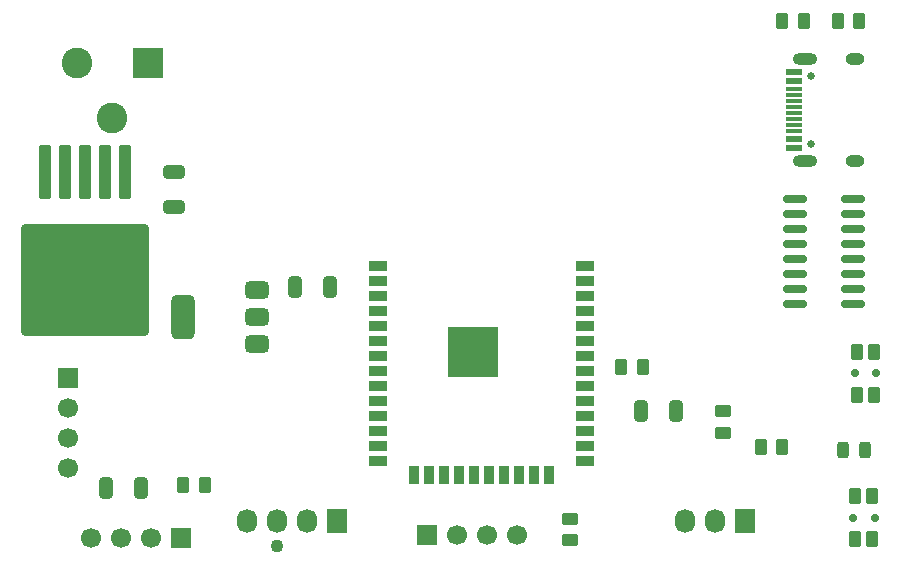
<source format=gbr>
%TF.GenerationSoftware,KiCad,Pcbnew,9.0.2*%
%TF.CreationDate,2025-07-02T17:03:22+05:30*%
%TF.ProjectId,ESP32-RoboCore V1,45535033-322d-4526-9f62-6f436f726520,rev?*%
%TF.SameCoordinates,Original*%
%TF.FileFunction,Soldermask,Top*%
%TF.FilePolarity,Negative*%
%FSLAX46Y46*%
G04 Gerber Fmt 4.6, Leading zero omitted, Abs format (unit mm)*
G04 Created by KiCad (PCBNEW 9.0.2) date 2025-07-02 17:03:22*
%MOMM*%
%LPD*%
G01*
G04 APERTURE LIST*
G04 Aperture macros list*
%AMRoundRect*
0 Rectangle with rounded corners*
0 $1 Rounding radius*
0 $2 $3 $4 $5 $6 $7 $8 $9 X,Y pos of 4 corners*
0 Add a 4 corners polygon primitive as box body*
4,1,4,$2,$3,$4,$5,$6,$7,$8,$9,$2,$3,0*
0 Add four circle primitives for the rounded corners*
1,1,$1+$1,$2,$3*
1,1,$1+$1,$4,$5*
1,1,$1+$1,$6,$7*
1,1,$1+$1,$8,$9*
0 Add four rect primitives between the rounded corners*
20,1,$1+$1,$2,$3,$4,$5,0*
20,1,$1+$1,$4,$5,$6,$7,0*
20,1,$1+$1,$6,$7,$8,$9,0*
20,1,$1+$1,$8,$9,$2,$3,0*%
G04 Aperture macros list end*
%ADD10C,0.600000*%
%ADD11R,4.200000X4.200000*%
%ADD12R,1.500000X0.900000*%
%ADD13R,0.900000X1.500000*%
%ADD14RoundRect,0.250000X-0.325000X-0.650000X0.325000X-0.650000X0.325000X0.650000X-0.325000X0.650000X0*%
%ADD15R,1.730000X2.030000*%
%ADD16O,1.730000X2.030000*%
%ADD17RoundRect,0.250000X0.262500X0.450000X-0.262500X0.450000X-0.262500X-0.450000X0.262500X-0.450000X0*%
%ADD18RoundRect,0.250000X-0.300000X2.050000X-0.300000X-2.050000X0.300000X-2.050000X0.300000X2.050000X0*%
%ADD19RoundRect,0.250002X-5.149998X4.449998X-5.149998X-4.449998X5.149998X-4.449998X5.149998X4.449998X0*%
%ADD20R,1.700000X1.700000*%
%ADD21C,1.700000*%
%ADD22RoundRect,0.250000X-0.262500X-0.450000X0.262500X-0.450000X0.262500X0.450000X-0.262500X0.450000X0*%
%ADD23C,0.700000*%
%ADD24RoundRect,0.250000X-0.275000X0.450000X-0.275000X-0.450000X0.275000X-0.450000X0.275000X0.450000X0*%
%ADD25RoundRect,0.150000X0.825000X0.150000X-0.825000X0.150000X-0.825000X-0.150000X0.825000X-0.150000X0*%
%ADD26RoundRect,0.243750X0.243750X0.456250X-0.243750X0.456250X-0.243750X-0.456250X0.243750X-0.456250X0*%
%ADD27RoundRect,0.250000X-0.450000X0.262500X-0.450000X-0.262500X0.450000X-0.262500X0.450000X0.262500X0*%
%ADD28C,0.650000*%
%ADD29R,1.450000X0.600000*%
%ADD30R,1.450000X0.300000*%
%ADD31O,2.100000X1.000000*%
%ADD32O,1.600000X1.000000*%
%ADD33R,2.600000X2.600000*%
%ADD34C,2.600000*%
%ADD35RoundRect,0.250000X-0.650000X0.325000X-0.650000X-0.325000X0.650000X-0.325000X0.650000X0.325000X0*%
%ADD36RoundRect,0.250000X0.450000X-0.262500X0.450000X0.262500X-0.450000X0.262500X-0.450000X-0.262500X0*%
%ADD37C,1.100000*%
%ADD38RoundRect,0.375000X0.625000X0.375000X-0.625000X0.375000X-0.625000X-0.375000X0.625000X-0.375000X0*%
%ADD39RoundRect,0.500000X0.500000X1.400000X-0.500000X1.400000X-0.500000X-1.400000X0.500000X-1.400000X0*%
G04 APERTURE END LIST*
D10*
%TO.C,U1*%
X86595000Y-51772500D03*
X86595000Y-50247500D03*
X85832500Y-52535000D03*
X85832500Y-51010000D03*
X85832500Y-49485000D03*
X85070000Y-51772500D03*
D11*
X85070000Y-51010000D03*
D10*
X85070000Y-50247500D03*
X84307500Y-52535000D03*
X84307500Y-51010000D03*
X84307500Y-49485000D03*
X83545000Y-51772500D03*
X83545000Y-50247500D03*
D12*
X94500000Y-43670000D03*
X94500000Y-44940000D03*
X94500000Y-46210000D03*
X94500000Y-47480000D03*
X94500000Y-48750000D03*
X94500000Y-50020000D03*
X94500000Y-51290000D03*
X94500000Y-52560000D03*
X94500000Y-53830000D03*
X94500000Y-55100000D03*
X94500000Y-56370000D03*
X94500000Y-57640000D03*
X94500000Y-58910000D03*
X94500000Y-60180000D03*
D13*
X91470000Y-61430000D03*
X90200000Y-61430000D03*
X88930000Y-61430000D03*
X87660000Y-61430000D03*
X86390000Y-61430000D03*
X85120000Y-61430000D03*
X83850000Y-61430000D03*
X82580000Y-61430000D03*
X81310000Y-61430000D03*
X80040000Y-61430000D03*
D12*
X77000000Y-60180000D03*
X77000000Y-58910000D03*
X77000000Y-57640000D03*
X77000000Y-56370000D03*
X77000000Y-55100000D03*
X77000000Y-53830000D03*
X77000000Y-52560000D03*
X77000000Y-51290000D03*
X77000000Y-50020000D03*
X77000000Y-48750000D03*
X77000000Y-47480000D03*
X77000000Y-46210000D03*
X77000000Y-44940000D03*
X77000000Y-43670000D03*
%TD*%
D14*
%TO.C,C4*%
X99275000Y-56000000D03*
X102225000Y-56000000D03*
%TD*%
D15*
%TO.C,J3*%
X108080000Y-65250000D03*
D16*
X105540000Y-65250000D03*
X103000000Y-65250000D03*
%TD*%
D17*
%TO.C,R6*%
X113075000Y-23000000D03*
X111250000Y-23000000D03*
%TD*%
D18*
%TO.C,U3*%
X55625000Y-35775000D03*
X53925000Y-35775000D03*
X52225000Y-35775000D03*
D19*
X52225000Y-44925000D03*
D18*
X50525000Y-35775000D03*
X48825000Y-35775000D03*
%TD*%
D14*
%TO.C,C3*%
X54000000Y-62500000D03*
X56950000Y-62500000D03*
%TD*%
D20*
%TO.C,J6*%
X60370000Y-66750000D03*
D21*
X57830000Y-66750000D03*
X55290000Y-66750000D03*
X52750000Y-66750000D03*
%TD*%
D22*
%TO.C,R2*%
X109425000Y-59000000D03*
X111250000Y-59000000D03*
%TD*%
D23*
%TO.C,SW2*%
X119050000Y-65000000D03*
X117250000Y-65000000D03*
D24*
X118870000Y-63200000D03*
X118870000Y-66800000D03*
X117430000Y-63200000D03*
X117430000Y-66800000D03*
%TD*%
D25*
%TO.C,U4*%
X117225000Y-46945000D03*
X117225000Y-45675000D03*
X117225000Y-44405000D03*
X117225000Y-43135000D03*
X117225000Y-41865000D03*
X117225000Y-40595000D03*
X117225000Y-39325000D03*
X117225000Y-38055000D03*
X112275000Y-38055000D03*
X112275000Y-39325000D03*
X112275000Y-40595000D03*
X112275000Y-41865000D03*
X112275000Y-43135000D03*
X112275000Y-44405000D03*
X112275000Y-45675000D03*
X112275000Y-46945000D03*
%TD*%
D26*
%TO.C,D2*%
X118250000Y-59250000D03*
X116375000Y-59250000D03*
%TD*%
D27*
%TO.C,R3*%
X106250000Y-56000000D03*
X106250000Y-57825000D03*
%TD*%
D28*
%TO.C,J1*%
X113710000Y-33390000D03*
X113710000Y-27610000D03*
D29*
X112265000Y-33750000D03*
X112265000Y-32950000D03*
D30*
X112265000Y-31750000D03*
X112265000Y-30750000D03*
X112265000Y-30250000D03*
X112265000Y-29250000D03*
D29*
X112265000Y-28050000D03*
X112265000Y-27250000D03*
X112265000Y-27250000D03*
X112265000Y-28050000D03*
D30*
X112265000Y-28750000D03*
X112265000Y-29750000D03*
X112265000Y-31250000D03*
X112265000Y-32250000D03*
D29*
X112265000Y-32950000D03*
X112265000Y-33750000D03*
D31*
X113180000Y-34820000D03*
D32*
X117360000Y-34820000D03*
D31*
X113180000Y-26180000D03*
D32*
X117360000Y-26180000D03*
%TD*%
D33*
%TO.C,J2*%
X57500000Y-26500000D03*
D34*
X51500000Y-26500000D03*
X54500000Y-31200000D03*
%TD*%
D20*
%TO.C,J5*%
X50750000Y-53210000D03*
D21*
X50750000Y-55750000D03*
X50750000Y-58290000D03*
X50750000Y-60830000D03*
%TD*%
D22*
%TO.C,R7*%
X115925000Y-23000000D03*
X117750000Y-23000000D03*
%TD*%
D23*
%TO.C,SW1*%
X119180000Y-52800000D03*
X117380000Y-52800000D03*
D24*
X119000000Y-51000000D03*
X119000000Y-54600000D03*
X117560000Y-51000000D03*
X117560000Y-54600000D03*
%TD*%
D35*
%TO.C,C1*%
X59750000Y-35750000D03*
X59750000Y-38700000D03*
%TD*%
D36*
%TO.C,R4*%
X93250000Y-66912500D03*
X93250000Y-65087500D03*
%TD*%
D37*
%TO.C,J4*%
X68500000Y-67410000D03*
D15*
X73580000Y-65250000D03*
D16*
X71040000Y-65250000D03*
X68500000Y-65250000D03*
X65960000Y-65250000D03*
%TD*%
D20*
%TO.C,J7*%
X81170000Y-66500000D03*
D21*
X83710000Y-66500000D03*
X86250000Y-66500000D03*
X88790000Y-66500000D03*
%TD*%
D38*
%TO.C,U2*%
X66800000Y-50300000D03*
X66800000Y-48000000D03*
D39*
X60500000Y-48000000D03*
D38*
X66800000Y-45700000D03*
%TD*%
D14*
%TO.C,C2*%
X70000000Y-45500000D03*
X72950000Y-45500000D03*
%TD*%
D22*
%TO.C,R1*%
X60500000Y-62250000D03*
X62325000Y-62250000D03*
%TD*%
D17*
%TO.C,R5*%
X99412500Y-52250000D03*
X97587500Y-52250000D03*
%TD*%
M02*

</source>
